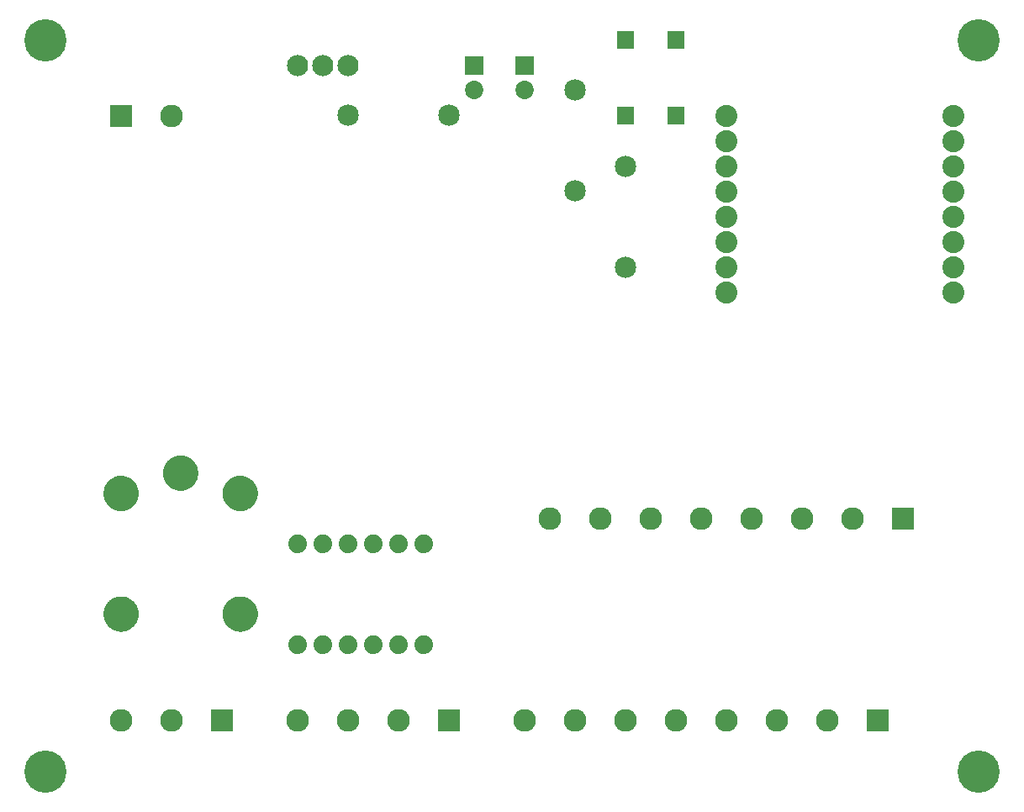
<source format=gts>
G04 MADE WITH FRITZING*
G04 WWW.FRITZING.ORG*
G04 DOUBLE SIDED*
G04 HOLES PLATED*
G04 CONTOUR ON CENTER OF CONTOUR VECTOR*
%ASAXBY*%
%FSLAX23Y23*%
%MOIN*%
%OFA0B0*%
%SFA1.0B1.0*%
%ADD10C,0.087778*%
%ADD11C,0.085000*%
%ADD12C,0.090000*%
%ADD13C,0.072992*%
%ADD14C,0.084000*%
%ADD15C,0.074000*%
%ADD16C,0.069370*%
%ADD17C,0.167480*%
%ADD18R,0.090000X0.089986*%
%ADD19R,0.090000X0.090000*%
%ADD20R,0.072992X0.072992*%
%ADD21R,0.001000X0.001000*%
%LNMASK1*%
G90*
G70*
G54D10*
X3701Y2052D03*
X3701Y2152D03*
X3701Y2252D03*
X3701Y2352D03*
X3701Y2452D03*
X3701Y2552D03*
X3701Y2652D03*
X3701Y2752D03*
X2801Y2752D03*
X2801Y2652D03*
X2801Y2552D03*
X2801Y2452D03*
X2801Y2352D03*
X2801Y2252D03*
X2801Y2152D03*
X2801Y2052D03*
G54D11*
X2401Y2152D03*
X2401Y2552D03*
X2201Y2854D03*
X2201Y2454D03*
X1701Y2754D03*
X1301Y2754D03*
G54D12*
X401Y2752D03*
X601Y2752D03*
X601Y354D03*
X401Y354D03*
X801Y354D03*
G54D13*
X2001Y2952D03*
X2001Y2854D03*
X1801Y2952D03*
X1801Y2854D03*
G54D14*
X1101Y2952D03*
X1201Y2952D03*
X1301Y2952D03*
X1101Y2952D03*
X1201Y2952D03*
X1301Y2952D03*
G54D15*
X1201Y1054D03*
X1301Y1054D03*
X1401Y1054D03*
X1501Y1054D03*
X1601Y1054D03*
X1601Y654D03*
X1501Y654D03*
X1401Y654D03*
X1301Y654D03*
X1201Y654D03*
X1101Y654D03*
X1101Y1054D03*
G54D12*
X1501Y354D03*
X1301Y354D03*
X1101Y354D03*
X1701Y354D03*
X3501Y1154D03*
X3101Y1154D03*
X3301Y1154D03*
X2901Y1154D03*
X2701Y1154D03*
X2501Y1154D03*
X2301Y1154D03*
X2101Y1154D03*
G54D16*
X2401Y2752D03*
X2401Y3052D03*
X2601Y2752D03*
X2601Y3052D03*
X2401Y2752D03*
X2401Y3052D03*
X2601Y2752D03*
X2601Y3052D03*
G54D12*
X3401Y354D03*
X3001Y354D03*
X3201Y354D03*
X2801Y354D03*
X2601Y354D03*
X2401Y354D03*
X2201Y354D03*
X2001Y354D03*
G54D17*
X101Y3052D03*
X3801Y3052D03*
X3801Y152D03*
X101Y152D03*
G54D18*
X401Y2752D03*
G54D19*
X801Y354D03*
G54D20*
X2001Y2952D03*
X1801Y2952D03*
G54D19*
X1701Y354D03*
X3501Y1154D03*
X3401Y354D03*
G54D21*
X2367Y3087D02*
X2435Y3087D01*
X2567Y3087D02*
X2635Y3087D01*
X2367Y3086D02*
X2435Y3086D01*
X2567Y3086D02*
X2635Y3086D01*
X2367Y3085D02*
X2435Y3085D01*
X2567Y3085D02*
X2635Y3085D01*
X2367Y3084D02*
X2435Y3084D01*
X2567Y3084D02*
X2635Y3084D01*
X2367Y3083D02*
X2435Y3083D01*
X2567Y3083D02*
X2635Y3083D01*
X2367Y3082D02*
X2435Y3082D01*
X2567Y3082D02*
X2635Y3082D01*
X2367Y3081D02*
X2435Y3081D01*
X2567Y3081D02*
X2635Y3081D01*
X2367Y3080D02*
X2435Y3080D01*
X2567Y3080D02*
X2635Y3080D01*
X2367Y3079D02*
X2435Y3079D01*
X2567Y3079D02*
X2635Y3079D01*
X2367Y3078D02*
X2435Y3078D01*
X2567Y3078D02*
X2635Y3078D01*
X2367Y3077D02*
X2435Y3077D01*
X2567Y3077D02*
X2635Y3077D01*
X2367Y3076D02*
X2435Y3076D01*
X2567Y3076D02*
X2635Y3076D01*
X2367Y3075D02*
X2435Y3075D01*
X2567Y3075D02*
X2635Y3075D01*
X2367Y3074D02*
X2435Y3074D01*
X2567Y3074D02*
X2635Y3074D01*
X2367Y3073D02*
X2435Y3073D01*
X2567Y3073D02*
X2635Y3073D01*
X2367Y3072D02*
X2435Y3072D01*
X2567Y3072D02*
X2635Y3072D01*
X2367Y3071D02*
X2435Y3071D01*
X2567Y3071D02*
X2635Y3071D01*
X2367Y3070D02*
X2435Y3070D01*
X2567Y3070D02*
X2635Y3070D01*
X2367Y3069D02*
X2435Y3069D01*
X2567Y3069D02*
X2635Y3069D01*
X2367Y3068D02*
X2435Y3068D01*
X2567Y3068D02*
X2635Y3068D01*
X2367Y3067D02*
X2396Y3067D01*
X2405Y3067D02*
X2435Y3067D01*
X2567Y3067D02*
X2596Y3067D01*
X2605Y3067D02*
X2635Y3067D01*
X2367Y3066D02*
X2394Y3066D01*
X2408Y3066D02*
X2435Y3066D01*
X2567Y3066D02*
X2594Y3066D01*
X2608Y3066D02*
X2635Y3066D01*
X2367Y3065D02*
X2392Y3065D01*
X2410Y3065D02*
X2435Y3065D01*
X2567Y3065D02*
X2592Y3065D01*
X2610Y3065D02*
X2635Y3065D01*
X2367Y3064D02*
X2391Y3064D01*
X2411Y3064D02*
X2435Y3064D01*
X2567Y3064D02*
X2591Y3064D01*
X2611Y3064D02*
X2635Y3064D01*
X2367Y3063D02*
X2390Y3063D01*
X2412Y3063D02*
X2435Y3063D01*
X2567Y3063D02*
X2590Y3063D01*
X2612Y3063D02*
X2635Y3063D01*
X2367Y3062D02*
X2389Y3062D01*
X2413Y3062D02*
X2435Y3062D01*
X2567Y3062D02*
X2589Y3062D01*
X2613Y3062D02*
X2635Y3062D01*
X2367Y3061D02*
X2388Y3061D01*
X2413Y3061D02*
X2435Y3061D01*
X2567Y3061D02*
X2588Y3061D01*
X2613Y3061D02*
X2635Y3061D01*
X2367Y3060D02*
X2387Y3060D01*
X2414Y3060D02*
X2435Y3060D01*
X2567Y3060D02*
X2587Y3060D01*
X2614Y3060D02*
X2635Y3060D01*
X2367Y3059D02*
X2387Y3059D01*
X2415Y3059D02*
X2435Y3059D01*
X2567Y3059D02*
X2587Y3059D01*
X2615Y3059D02*
X2635Y3059D01*
X2367Y3058D02*
X2386Y3058D01*
X2415Y3058D02*
X2435Y3058D01*
X2567Y3058D02*
X2586Y3058D01*
X2615Y3058D02*
X2635Y3058D01*
X2367Y3057D02*
X2386Y3057D01*
X2415Y3057D02*
X2435Y3057D01*
X2567Y3057D02*
X2586Y3057D01*
X2615Y3057D02*
X2635Y3057D01*
X2367Y3056D02*
X2386Y3056D01*
X2416Y3056D02*
X2435Y3056D01*
X2567Y3056D02*
X2586Y3056D01*
X2616Y3056D02*
X2635Y3056D01*
X2367Y3055D02*
X2386Y3055D01*
X2416Y3055D02*
X2435Y3055D01*
X2567Y3055D02*
X2586Y3055D01*
X2616Y3055D02*
X2635Y3055D01*
X2367Y3054D02*
X2386Y3054D01*
X2416Y3054D02*
X2435Y3054D01*
X2567Y3054D02*
X2586Y3054D01*
X2616Y3054D02*
X2635Y3054D01*
X2367Y3053D02*
X2386Y3053D01*
X2416Y3053D02*
X2435Y3053D01*
X2567Y3053D02*
X2586Y3053D01*
X2616Y3053D02*
X2635Y3053D01*
X2367Y3052D02*
X2386Y3052D01*
X2416Y3052D02*
X2435Y3052D01*
X2567Y3052D02*
X2586Y3052D01*
X2616Y3052D02*
X2635Y3052D01*
X2367Y3051D02*
X2386Y3051D01*
X2416Y3051D02*
X2435Y3051D01*
X2567Y3051D02*
X2586Y3051D01*
X2616Y3051D02*
X2635Y3051D01*
X2367Y3050D02*
X2386Y3050D01*
X2416Y3050D02*
X2435Y3050D01*
X2567Y3050D02*
X2586Y3050D01*
X2616Y3050D02*
X2635Y3050D01*
X2367Y3049D02*
X2386Y3049D01*
X2415Y3049D02*
X2435Y3049D01*
X2567Y3049D02*
X2586Y3049D01*
X2615Y3049D02*
X2635Y3049D01*
X2367Y3048D02*
X2386Y3048D01*
X2415Y3048D02*
X2435Y3048D01*
X2567Y3048D02*
X2586Y3048D01*
X2615Y3048D02*
X2635Y3048D01*
X2367Y3047D02*
X2387Y3047D01*
X2415Y3047D02*
X2435Y3047D01*
X2567Y3047D02*
X2587Y3047D01*
X2615Y3047D02*
X2635Y3047D01*
X2367Y3046D02*
X2387Y3046D01*
X2414Y3046D02*
X2435Y3046D01*
X2567Y3046D02*
X2587Y3046D01*
X2614Y3046D02*
X2635Y3046D01*
X2367Y3045D02*
X2388Y3045D01*
X2414Y3045D02*
X2435Y3045D01*
X2567Y3045D02*
X2588Y3045D01*
X2614Y3045D02*
X2635Y3045D01*
X2367Y3044D02*
X2389Y3044D01*
X2413Y3044D02*
X2435Y3044D01*
X2567Y3044D02*
X2589Y3044D01*
X2613Y3044D02*
X2635Y3044D01*
X2367Y3043D02*
X2389Y3043D01*
X2412Y3043D02*
X2435Y3043D01*
X2567Y3043D02*
X2589Y3043D01*
X2612Y3043D02*
X2635Y3043D01*
X2367Y3042D02*
X2390Y3042D01*
X2411Y3042D02*
X2435Y3042D01*
X2567Y3042D02*
X2590Y3042D01*
X2611Y3042D02*
X2635Y3042D01*
X2367Y3041D02*
X2392Y3041D01*
X2410Y3041D02*
X2435Y3041D01*
X2567Y3041D02*
X2592Y3041D01*
X2610Y3041D02*
X2635Y3041D01*
X2367Y3040D02*
X2393Y3040D01*
X2408Y3040D02*
X2435Y3040D01*
X2567Y3040D02*
X2593Y3040D01*
X2608Y3040D02*
X2635Y3040D01*
X2367Y3039D02*
X2395Y3039D01*
X2406Y3039D02*
X2435Y3039D01*
X2567Y3039D02*
X2595Y3039D01*
X2606Y3039D02*
X2635Y3039D01*
X2367Y3038D02*
X2435Y3038D01*
X2567Y3038D02*
X2635Y3038D01*
X2367Y3037D02*
X2435Y3037D01*
X2567Y3037D02*
X2635Y3037D01*
X2367Y3036D02*
X2435Y3036D01*
X2567Y3036D02*
X2635Y3036D01*
X2367Y3035D02*
X2435Y3035D01*
X2567Y3035D02*
X2635Y3035D01*
X2367Y3034D02*
X2435Y3034D01*
X2567Y3034D02*
X2635Y3034D01*
X2367Y3033D02*
X2435Y3033D01*
X2567Y3033D02*
X2635Y3033D01*
X2367Y3032D02*
X2435Y3032D01*
X2567Y3032D02*
X2635Y3032D01*
X2367Y3031D02*
X2435Y3031D01*
X2567Y3031D02*
X2635Y3031D01*
X2367Y3030D02*
X2435Y3030D01*
X2567Y3030D02*
X2635Y3030D01*
X2367Y3029D02*
X2435Y3029D01*
X2567Y3029D02*
X2635Y3029D01*
X2367Y3028D02*
X2435Y3028D01*
X2567Y3028D02*
X2635Y3028D01*
X2367Y3027D02*
X2435Y3027D01*
X2567Y3027D02*
X2635Y3027D01*
X2367Y3026D02*
X2435Y3026D01*
X2567Y3026D02*
X2635Y3026D01*
X2367Y3025D02*
X2435Y3025D01*
X2567Y3025D02*
X2635Y3025D01*
X2367Y3024D02*
X2435Y3024D01*
X2567Y3024D02*
X2635Y3024D01*
X2367Y3023D02*
X2435Y3023D01*
X2567Y3023D02*
X2635Y3023D01*
X2367Y3022D02*
X2435Y3022D01*
X2567Y3022D02*
X2635Y3022D01*
X2367Y3021D02*
X2435Y3021D01*
X2567Y3021D02*
X2635Y3021D01*
X2367Y3020D02*
X2435Y3020D01*
X2567Y3020D02*
X2635Y3020D01*
X2367Y3019D02*
X2435Y3019D01*
X2567Y3019D02*
X2635Y3019D01*
X2367Y2787D02*
X2435Y2787D01*
X2567Y2787D02*
X2635Y2787D01*
X2367Y2786D02*
X2435Y2786D01*
X2567Y2786D02*
X2635Y2786D01*
X2367Y2785D02*
X2435Y2785D01*
X2567Y2785D02*
X2635Y2785D01*
X2367Y2784D02*
X2435Y2784D01*
X2567Y2784D02*
X2635Y2784D01*
X2367Y2783D02*
X2435Y2783D01*
X2567Y2783D02*
X2635Y2783D01*
X2367Y2782D02*
X2435Y2782D01*
X2567Y2782D02*
X2635Y2782D01*
X2367Y2781D02*
X2435Y2781D01*
X2567Y2781D02*
X2635Y2781D01*
X2367Y2780D02*
X2435Y2780D01*
X2567Y2780D02*
X2635Y2780D01*
X2367Y2779D02*
X2435Y2779D01*
X2567Y2779D02*
X2635Y2779D01*
X2367Y2778D02*
X2435Y2778D01*
X2567Y2778D02*
X2635Y2778D01*
X2367Y2777D02*
X2435Y2777D01*
X2567Y2777D02*
X2635Y2777D01*
X2367Y2776D02*
X2435Y2776D01*
X2567Y2776D02*
X2635Y2776D01*
X2367Y2775D02*
X2435Y2775D01*
X2567Y2775D02*
X2635Y2775D01*
X2367Y2774D02*
X2435Y2774D01*
X2567Y2774D02*
X2635Y2774D01*
X2367Y2773D02*
X2435Y2773D01*
X2567Y2773D02*
X2635Y2773D01*
X2367Y2772D02*
X2435Y2772D01*
X2567Y2772D02*
X2635Y2772D01*
X2367Y2771D02*
X2435Y2771D01*
X2567Y2771D02*
X2635Y2771D01*
X2367Y2770D02*
X2435Y2770D01*
X2567Y2770D02*
X2635Y2770D01*
X2367Y2769D02*
X2435Y2769D01*
X2567Y2769D02*
X2635Y2769D01*
X2367Y2768D02*
X2435Y2768D01*
X2567Y2768D02*
X2635Y2768D01*
X2367Y2767D02*
X2396Y2767D01*
X2405Y2767D02*
X2435Y2767D01*
X2567Y2767D02*
X2596Y2767D01*
X2605Y2767D02*
X2635Y2767D01*
X2367Y2766D02*
X2393Y2766D01*
X2408Y2766D02*
X2435Y2766D01*
X2567Y2766D02*
X2593Y2766D01*
X2608Y2766D02*
X2635Y2766D01*
X2367Y2765D02*
X2392Y2765D01*
X2410Y2765D02*
X2435Y2765D01*
X2567Y2765D02*
X2592Y2765D01*
X2610Y2765D02*
X2635Y2765D01*
X2367Y2764D02*
X2391Y2764D01*
X2411Y2764D02*
X2435Y2764D01*
X2567Y2764D02*
X2591Y2764D01*
X2611Y2764D02*
X2635Y2764D01*
X2367Y2763D02*
X2390Y2763D01*
X2412Y2763D02*
X2435Y2763D01*
X2567Y2763D02*
X2590Y2763D01*
X2612Y2763D02*
X2635Y2763D01*
X2367Y2762D02*
X2389Y2762D01*
X2413Y2762D02*
X2435Y2762D01*
X2567Y2762D02*
X2589Y2762D01*
X2613Y2762D02*
X2635Y2762D01*
X2367Y2761D02*
X2388Y2761D01*
X2414Y2761D02*
X2435Y2761D01*
X2567Y2761D02*
X2588Y2761D01*
X2614Y2761D02*
X2635Y2761D01*
X2367Y2760D02*
X2387Y2760D01*
X2414Y2760D02*
X2435Y2760D01*
X2567Y2760D02*
X2587Y2760D01*
X2614Y2760D02*
X2635Y2760D01*
X2367Y2759D02*
X2387Y2759D01*
X2415Y2759D02*
X2435Y2759D01*
X2567Y2759D02*
X2587Y2759D01*
X2615Y2759D02*
X2635Y2759D01*
X2367Y2758D02*
X2386Y2758D01*
X2415Y2758D02*
X2435Y2758D01*
X2567Y2758D02*
X2586Y2758D01*
X2615Y2758D02*
X2635Y2758D01*
X2367Y2757D02*
X2386Y2757D01*
X2415Y2757D02*
X2435Y2757D01*
X2567Y2757D02*
X2586Y2757D01*
X2615Y2757D02*
X2635Y2757D01*
X2367Y2756D02*
X2386Y2756D01*
X2416Y2756D02*
X2435Y2756D01*
X2567Y2756D02*
X2586Y2756D01*
X2616Y2756D02*
X2635Y2756D01*
X2367Y2755D02*
X2386Y2755D01*
X2416Y2755D02*
X2435Y2755D01*
X2567Y2755D02*
X2586Y2755D01*
X2616Y2755D02*
X2635Y2755D01*
X2367Y2754D02*
X2386Y2754D01*
X2416Y2754D02*
X2435Y2754D01*
X2567Y2754D02*
X2586Y2754D01*
X2616Y2754D02*
X2635Y2754D01*
X2367Y2753D02*
X2386Y2753D01*
X2416Y2753D02*
X2435Y2753D01*
X2567Y2753D02*
X2586Y2753D01*
X2616Y2753D02*
X2635Y2753D01*
X2367Y2752D02*
X2386Y2752D01*
X2416Y2752D02*
X2435Y2752D01*
X2567Y2752D02*
X2586Y2752D01*
X2616Y2752D02*
X2635Y2752D01*
X2367Y2751D02*
X2386Y2751D01*
X2416Y2751D02*
X2435Y2751D01*
X2567Y2751D02*
X2586Y2751D01*
X2616Y2751D02*
X2635Y2751D01*
X2367Y2750D02*
X2386Y2750D01*
X2416Y2750D02*
X2435Y2750D01*
X2567Y2750D02*
X2586Y2750D01*
X2616Y2750D02*
X2635Y2750D01*
X2367Y2749D02*
X2386Y2749D01*
X2415Y2749D02*
X2435Y2749D01*
X2567Y2749D02*
X2586Y2749D01*
X2615Y2749D02*
X2635Y2749D01*
X2367Y2748D02*
X2386Y2748D01*
X2415Y2748D02*
X2435Y2748D01*
X2567Y2748D02*
X2586Y2748D01*
X2615Y2748D02*
X2635Y2748D01*
X2367Y2747D02*
X2387Y2747D01*
X2415Y2747D02*
X2435Y2747D01*
X2567Y2747D02*
X2587Y2747D01*
X2615Y2747D02*
X2635Y2747D01*
X2367Y2746D02*
X2387Y2746D01*
X2414Y2746D02*
X2435Y2746D01*
X2567Y2746D02*
X2587Y2746D01*
X2614Y2746D02*
X2635Y2746D01*
X2367Y2745D02*
X2388Y2745D01*
X2414Y2745D02*
X2435Y2745D01*
X2567Y2745D02*
X2588Y2745D01*
X2614Y2745D02*
X2635Y2745D01*
X2367Y2744D02*
X2389Y2744D01*
X2413Y2744D02*
X2435Y2744D01*
X2567Y2744D02*
X2589Y2744D01*
X2613Y2744D02*
X2635Y2744D01*
X2367Y2743D02*
X2389Y2743D01*
X2412Y2743D02*
X2435Y2743D01*
X2567Y2743D02*
X2589Y2743D01*
X2612Y2743D02*
X2635Y2743D01*
X2367Y2742D02*
X2390Y2742D01*
X2411Y2742D02*
X2435Y2742D01*
X2567Y2742D02*
X2590Y2742D01*
X2611Y2742D02*
X2635Y2742D01*
X2367Y2741D02*
X2392Y2741D01*
X2410Y2741D02*
X2435Y2741D01*
X2567Y2741D02*
X2592Y2741D01*
X2610Y2741D02*
X2635Y2741D01*
X2367Y2740D02*
X2393Y2740D01*
X2408Y2740D02*
X2435Y2740D01*
X2567Y2740D02*
X2593Y2740D01*
X2608Y2740D02*
X2635Y2740D01*
X2367Y2739D02*
X2396Y2739D01*
X2406Y2739D02*
X2435Y2739D01*
X2567Y2739D02*
X2596Y2739D01*
X2606Y2739D02*
X2635Y2739D01*
X2367Y2738D02*
X2435Y2738D01*
X2567Y2738D02*
X2635Y2738D01*
X2367Y2737D02*
X2435Y2737D01*
X2567Y2737D02*
X2635Y2737D01*
X2367Y2736D02*
X2435Y2736D01*
X2567Y2736D02*
X2635Y2736D01*
X2367Y2735D02*
X2435Y2735D01*
X2567Y2735D02*
X2635Y2735D01*
X2367Y2734D02*
X2435Y2734D01*
X2567Y2734D02*
X2635Y2734D01*
X2367Y2733D02*
X2435Y2733D01*
X2567Y2733D02*
X2635Y2733D01*
X2367Y2732D02*
X2435Y2732D01*
X2567Y2732D02*
X2635Y2732D01*
X2367Y2731D02*
X2435Y2731D01*
X2567Y2731D02*
X2635Y2731D01*
X2367Y2730D02*
X2435Y2730D01*
X2567Y2730D02*
X2635Y2730D01*
X2367Y2729D02*
X2435Y2729D01*
X2567Y2729D02*
X2635Y2729D01*
X2367Y2728D02*
X2435Y2728D01*
X2567Y2728D02*
X2635Y2728D01*
X2367Y2727D02*
X2435Y2727D01*
X2567Y2727D02*
X2635Y2727D01*
X2367Y2726D02*
X2435Y2726D01*
X2567Y2726D02*
X2635Y2726D01*
X2367Y2725D02*
X2435Y2725D01*
X2567Y2725D02*
X2635Y2725D01*
X2367Y2724D02*
X2435Y2724D01*
X2567Y2724D02*
X2635Y2724D01*
X2367Y2723D02*
X2435Y2723D01*
X2567Y2723D02*
X2635Y2723D01*
X2367Y2722D02*
X2435Y2722D01*
X2567Y2722D02*
X2635Y2722D01*
X2367Y2721D02*
X2435Y2721D01*
X2567Y2721D02*
X2635Y2721D01*
X2367Y2720D02*
X2435Y2720D01*
X2567Y2720D02*
X2635Y2720D01*
X2367Y2719D02*
X2435Y2719D01*
X2567Y2719D02*
X2635Y2719D01*
X631Y1405D02*
X643Y1405D01*
X624Y1404D02*
X650Y1404D01*
X620Y1403D02*
X654Y1403D01*
X616Y1402D02*
X658Y1402D01*
X613Y1401D02*
X661Y1401D01*
X610Y1400D02*
X663Y1400D01*
X608Y1399D02*
X666Y1399D01*
X606Y1398D02*
X668Y1398D01*
X604Y1397D02*
X670Y1397D01*
X603Y1396D02*
X671Y1396D01*
X601Y1395D02*
X673Y1395D01*
X599Y1394D02*
X674Y1394D01*
X598Y1393D02*
X676Y1393D01*
X597Y1392D02*
X677Y1392D01*
X595Y1391D02*
X679Y1391D01*
X594Y1390D02*
X680Y1390D01*
X593Y1389D02*
X681Y1389D01*
X591Y1388D02*
X682Y1388D01*
X590Y1387D02*
X684Y1387D01*
X589Y1386D02*
X685Y1386D01*
X588Y1385D02*
X686Y1385D01*
X587Y1384D02*
X687Y1384D01*
X586Y1383D02*
X688Y1383D01*
X585Y1382D02*
X689Y1382D01*
X584Y1381D02*
X689Y1381D01*
X584Y1380D02*
X690Y1380D01*
X583Y1379D02*
X691Y1379D01*
X582Y1378D02*
X692Y1378D01*
X581Y1377D02*
X693Y1377D01*
X581Y1376D02*
X693Y1376D01*
X580Y1375D02*
X694Y1375D01*
X579Y1374D02*
X695Y1374D01*
X579Y1373D02*
X695Y1373D01*
X578Y1372D02*
X696Y1372D01*
X577Y1371D02*
X697Y1371D01*
X577Y1370D02*
X697Y1370D01*
X576Y1369D02*
X698Y1369D01*
X576Y1368D02*
X698Y1368D01*
X575Y1367D02*
X699Y1367D01*
X575Y1366D02*
X699Y1366D01*
X574Y1365D02*
X700Y1365D01*
X574Y1364D02*
X700Y1364D01*
X573Y1363D02*
X701Y1363D01*
X573Y1362D02*
X701Y1362D01*
X572Y1361D02*
X702Y1361D01*
X572Y1360D02*
X702Y1360D01*
X572Y1359D02*
X702Y1359D01*
X571Y1358D02*
X703Y1358D01*
X571Y1357D02*
X703Y1357D01*
X571Y1356D02*
X703Y1356D01*
X570Y1355D02*
X703Y1355D01*
X570Y1354D02*
X704Y1354D01*
X570Y1353D02*
X704Y1353D01*
X570Y1352D02*
X704Y1352D01*
X569Y1351D02*
X704Y1351D01*
X569Y1350D02*
X705Y1350D01*
X569Y1349D02*
X705Y1349D01*
X569Y1348D02*
X705Y1348D01*
X569Y1347D02*
X705Y1347D01*
X568Y1346D02*
X705Y1346D01*
X568Y1345D02*
X706Y1345D01*
X568Y1344D02*
X706Y1344D01*
X568Y1343D02*
X706Y1343D01*
X568Y1342D02*
X706Y1342D01*
X568Y1341D02*
X706Y1341D01*
X568Y1340D02*
X706Y1340D01*
X568Y1339D02*
X706Y1339D01*
X568Y1338D02*
X706Y1338D01*
X568Y1337D02*
X706Y1337D01*
X568Y1336D02*
X706Y1336D01*
X568Y1335D02*
X706Y1335D01*
X568Y1334D02*
X706Y1334D01*
X568Y1333D02*
X706Y1333D01*
X568Y1332D02*
X706Y1332D01*
X568Y1331D02*
X706Y1331D01*
X568Y1330D02*
X706Y1330D01*
X568Y1329D02*
X706Y1329D01*
X568Y1328D02*
X706Y1328D01*
X568Y1327D02*
X706Y1327D01*
X568Y1326D02*
X706Y1326D01*
X568Y1325D02*
X705Y1325D01*
X392Y1324D02*
X409Y1324D01*
X569Y1324D02*
X705Y1324D01*
X865Y1324D02*
X882Y1324D01*
X386Y1323D02*
X415Y1323D01*
X569Y1323D02*
X705Y1323D01*
X859Y1323D02*
X887Y1323D01*
X382Y1322D02*
X419Y1322D01*
X569Y1322D02*
X705Y1322D01*
X855Y1322D02*
X891Y1322D01*
X379Y1321D02*
X422Y1321D01*
X569Y1321D02*
X705Y1321D01*
X851Y1321D02*
X895Y1321D01*
X376Y1320D02*
X425Y1320D01*
X569Y1320D02*
X705Y1320D01*
X849Y1320D02*
X898Y1320D01*
X374Y1319D02*
X428Y1319D01*
X570Y1319D02*
X704Y1319D01*
X846Y1319D02*
X900Y1319D01*
X372Y1318D02*
X430Y1318D01*
X570Y1318D02*
X704Y1318D01*
X844Y1318D02*
X902Y1318D01*
X370Y1317D02*
X432Y1317D01*
X570Y1317D02*
X704Y1317D01*
X842Y1317D02*
X904Y1317D01*
X368Y1316D02*
X434Y1316D01*
X570Y1316D02*
X704Y1316D01*
X840Y1316D02*
X906Y1316D01*
X366Y1315D02*
X436Y1315D01*
X571Y1315D02*
X703Y1315D01*
X838Y1315D02*
X908Y1315D01*
X364Y1314D02*
X437Y1314D01*
X571Y1314D02*
X703Y1314D01*
X837Y1314D02*
X910Y1314D01*
X363Y1313D02*
X439Y1313D01*
X571Y1313D02*
X703Y1313D01*
X835Y1313D02*
X911Y1313D01*
X361Y1312D02*
X440Y1312D01*
X572Y1312D02*
X702Y1312D01*
X834Y1312D02*
X913Y1312D01*
X360Y1311D02*
X442Y1311D01*
X572Y1311D02*
X702Y1311D01*
X832Y1311D02*
X914Y1311D01*
X359Y1310D02*
X443Y1310D01*
X572Y1310D02*
X702Y1310D01*
X831Y1310D02*
X915Y1310D01*
X357Y1309D02*
X444Y1309D01*
X573Y1309D02*
X701Y1309D01*
X830Y1309D02*
X917Y1309D01*
X356Y1308D02*
X446Y1308D01*
X573Y1308D02*
X701Y1308D01*
X828Y1308D02*
X918Y1308D01*
X355Y1307D02*
X447Y1307D01*
X574Y1307D02*
X700Y1307D01*
X827Y1307D02*
X919Y1307D01*
X354Y1306D02*
X448Y1306D01*
X574Y1306D02*
X700Y1306D01*
X826Y1306D02*
X920Y1306D01*
X353Y1305D02*
X449Y1305D01*
X575Y1305D02*
X699Y1305D01*
X825Y1305D02*
X921Y1305D01*
X352Y1304D02*
X450Y1304D01*
X575Y1304D02*
X699Y1304D01*
X824Y1304D02*
X922Y1304D01*
X351Y1303D02*
X451Y1303D01*
X576Y1303D02*
X698Y1303D01*
X823Y1303D02*
X923Y1303D01*
X350Y1302D02*
X452Y1302D01*
X576Y1302D02*
X698Y1302D01*
X822Y1302D02*
X924Y1302D01*
X349Y1301D02*
X453Y1301D01*
X577Y1301D02*
X697Y1301D01*
X821Y1301D02*
X925Y1301D01*
X348Y1300D02*
X454Y1300D01*
X577Y1300D02*
X697Y1300D01*
X820Y1300D02*
X926Y1300D01*
X347Y1299D02*
X454Y1299D01*
X578Y1299D02*
X696Y1299D01*
X820Y1299D02*
X927Y1299D01*
X346Y1298D02*
X455Y1298D01*
X579Y1298D02*
X695Y1298D01*
X819Y1298D02*
X927Y1298D01*
X346Y1297D02*
X456Y1297D01*
X579Y1297D02*
X695Y1297D01*
X818Y1297D02*
X928Y1297D01*
X345Y1296D02*
X457Y1296D01*
X580Y1296D02*
X694Y1296D01*
X817Y1296D02*
X929Y1296D01*
X344Y1295D02*
X457Y1295D01*
X581Y1295D02*
X693Y1295D01*
X817Y1295D02*
X930Y1295D01*
X343Y1294D02*
X458Y1294D01*
X581Y1294D02*
X693Y1294D01*
X816Y1294D02*
X930Y1294D01*
X343Y1293D02*
X459Y1293D01*
X582Y1293D02*
X692Y1293D01*
X815Y1293D02*
X931Y1293D01*
X342Y1292D02*
X459Y1292D01*
X583Y1292D02*
X691Y1292D01*
X815Y1292D02*
X932Y1292D01*
X342Y1291D02*
X460Y1291D01*
X584Y1291D02*
X690Y1291D01*
X814Y1291D02*
X932Y1291D01*
X341Y1290D02*
X461Y1290D01*
X584Y1290D02*
X689Y1290D01*
X813Y1290D02*
X933Y1290D01*
X340Y1289D02*
X461Y1289D01*
X585Y1289D02*
X689Y1289D01*
X813Y1289D02*
X934Y1289D01*
X340Y1288D02*
X462Y1288D01*
X586Y1288D02*
X688Y1288D01*
X812Y1288D02*
X934Y1288D01*
X339Y1287D02*
X462Y1287D01*
X587Y1287D02*
X687Y1287D01*
X812Y1287D02*
X935Y1287D01*
X339Y1286D02*
X463Y1286D01*
X588Y1286D02*
X686Y1286D01*
X811Y1286D02*
X935Y1286D01*
X338Y1285D02*
X463Y1285D01*
X589Y1285D02*
X685Y1285D01*
X811Y1285D02*
X936Y1285D01*
X338Y1284D02*
X464Y1284D01*
X590Y1284D02*
X684Y1284D01*
X810Y1284D02*
X936Y1284D01*
X337Y1283D02*
X464Y1283D01*
X591Y1283D02*
X683Y1283D01*
X810Y1283D02*
X937Y1283D01*
X337Y1282D02*
X465Y1282D01*
X592Y1282D02*
X681Y1282D01*
X809Y1282D02*
X937Y1282D01*
X336Y1281D02*
X465Y1281D01*
X594Y1281D02*
X680Y1281D01*
X809Y1281D02*
X937Y1281D01*
X336Y1280D02*
X465Y1280D01*
X595Y1280D02*
X679Y1280D01*
X808Y1280D02*
X938Y1280D01*
X336Y1279D02*
X466Y1279D01*
X596Y1279D02*
X677Y1279D01*
X808Y1279D02*
X938Y1279D01*
X335Y1278D02*
X466Y1278D01*
X598Y1278D02*
X676Y1278D01*
X808Y1278D02*
X939Y1278D01*
X335Y1277D02*
X466Y1277D01*
X599Y1277D02*
X675Y1277D01*
X807Y1277D02*
X939Y1277D01*
X335Y1276D02*
X467Y1276D01*
X601Y1276D02*
X673Y1276D01*
X807Y1276D02*
X939Y1276D01*
X334Y1275D02*
X467Y1275D01*
X603Y1275D02*
X671Y1275D01*
X807Y1275D02*
X940Y1275D01*
X334Y1274D02*
X467Y1274D01*
X604Y1274D02*
X670Y1274D01*
X807Y1274D02*
X940Y1274D01*
X334Y1273D02*
X468Y1273D01*
X606Y1273D02*
X668Y1273D01*
X806Y1273D02*
X940Y1273D01*
X334Y1272D02*
X468Y1272D01*
X608Y1272D02*
X666Y1272D01*
X806Y1272D02*
X940Y1272D01*
X333Y1271D02*
X468Y1271D01*
X610Y1271D02*
X664Y1271D01*
X806Y1271D02*
X941Y1271D01*
X333Y1270D02*
X468Y1270D01*
X613Y1270D02*
X661Y1270D01*
X806Y1270D02*
X941Y1270D01*
X333Y1269D02*
X469Y1269D01*
X616Y1269D02*
X658Y1269D01*
X805Y1269D02*
X941Y1269D01*
X333Y1268D02*
X469Y1268D01*
X620Y1268D02*
X654Y1268D01*
X805Y1268D02*
X941Y1268D01*
X333Y1267D02*
X469Y1267D01*
X624Y1267D02*
X650Y1267D01*
X805Y1267D02*
X941Y1267D01*
X332Y1266D02*
X469Y1266D01*
X630Y1266D02*
X644Y1266D01*
X805Y1266D02*
X942Y1266D01*
X332Y1265D02*
X469Y1265D01*
X805Y1265D02*
X942Y1265D01*
X332Y1264D02*
X469Y1264D01*
X804Y1264D02*
X942Y1264D01*
X332Y1263D02*
X470Y1263D01*
X804Y1263D02*
X942Y1263D01*
X332Y1262D02*
X470Y1262D01*
X804Y1262D02*
X942Y1262D01*
X332Y1261D02*
X470Y1261D01*
X804Y1261D02*
X942Y1261D01*
X332Y1260D02*
X470Y1260D01*
X804Y1260D02*
X942Y1260D01*
X332Y1259D02*
X470Y1259D01*
X804Y1259D02*
X942Y1259D01*
X331Y1258D02*
X470Y1258D01*
X804Y1258D02*
X942Y1258D01*
X331Y1257D02*
X470Y1257D01*
X804Y1257D02*
X942Y1257D01*
X331Y1256D02*
X470Y1256D01*
X804Y1256D02*
X943Y1256D01*
X331Y1255D02*
X470Y1255D01*
X804Y1255D02*
X943Y1255D01*
X331Y1254D02*
X470Y1254D01*
X804Y1254D02*
X943Y1254D01*
X331Y1253D02*
X470Y1253D01*
X804Y1253D02*
X943Y1253D01*
X331Y1252D02*
X470Y1252D01*
X804Y1252D02*
X942Y1252D01*
X332Y1251D02*
X470Y1251D01*
X804Y1251D02*
X942Y1251D01*
X332Y1250D02*
X470Y1250D01*
X804Y1250D02*
X942Y1250D01*
X332Y1249D02*
X470Y1249D01*
X804Y1249D02*
X942Y1249D01*
X332Y1248D02*
X470Y1248D01*
X804Y1248D02*
X942Y1248D01*
X332Y1247D02*
X470Y1247D01*
X804Y1247D02*
X942Y1247D01*
X332Y1246D02*
X470Y1246D01*
X804Y1246D02*
X942Y1246D01*
X332Y1245D02*
X469Y1245D01*
X805Y1245D02*
X942Y1245D01*
X332Y1244D02*
X469Y1244D01*
X805Y1244D02*
X942Y1244D01*
X332Y1243D02*
X469Y1243D01*
X805Y1243D02*
X941Y1243D01*
X333Y1242D02*
X469Y1242D01*
X805Y1242D02*
X941Y1242D01*
X333Y1241D02*
X469Y1241D01*
X805Y1241D02*
X941Y1241D01*
X333Y1240D02*
X468Y1240D01*
X805Y1240D02*
X941Y1240D01*
X333Y1239D02*
X468Y1239D01*
X806Y1239D02*
X941Y1239D01*
X334Y1238D02*
X468Y1238D01*
X806Y1238D02*
X940Y1238D01*
X334Y1237D02*
X468Y1237D01*
X806Y1237D02*
X940Y1237D01*
X334Y1236D02*
X467Y1236D01*
X806Y1236D02*
X940Y1236D01*
X334Y1235D02*
X467Y1235D01*
X807Y1235D02*
X940Y1235D01*
X335Y1234D02*
X467Y1234D01*
X807Y1234D02*
X939Y1234D01*
X335Y1233D02*
X467Y1233D01*
X807Y1233D02*
X939Y1233D01*
X335Y1232D02*
X466Y1232D01*
X808Y1232D02*
X939Y1232D01*
X336Y1231D02*
X466Y1231D01*
X808Y1231D02*
X938Y1231D01*
X336Y1230D02*
X466Y1230D01*
X808Y1230D02*
X938Y1230D01*
X336Y1229D02*
X465Y1229D01*
X809Y1229D02*
X938Y1229D01*
X337Y1228D02*
X465Y1228D01*
X809Y1228D02*
X937Y1228D01*
X337Y1227D02*
X464Y1227D01*
X809Y1227D02*
X937Y1227D01*
X338Y1226D02*
X464Y1226D01*
X810Y1226D02*
X936Y1226D01*
X338Y1225D02*
X463Y1225D01*
X810Y1225D02*
X936Y1225D01*
X339Y1224D02*
X463Y1224D01*
X811Y1224D02*
X935Y1224D01*
X339Y1223D02*
X462Y1223D01*
X811Y1223D02*
X935Y1223D01*
X340Y1222D02*
X462Y1222D01*
X812Y1222D02*
X934Y1222D01*
X340Y1221D02*
X461Y1221D01*
X813Y1221D02*
X934Y1221D01*
X341Y1220D02*
X461Y1220D01*
X813Y1220D02*
X933Y1220D01*
X341Y1219D02*
X460Y1219D01*
X814Y1219D02*
X933Y1219D01*
X342Y1218D02*
X460Y1218D01*
X814Y1218D02*
X932Y1218D01*
X343Y1217D02*
X459Y1217D01*
X815Y1217D02*
X931Y1217D01*
X343Y1216D02*
X458Y1216D01*
X816Y1216D02*
X931Y1216D01*
X344Y1215D02*
X458Y1215D01*
X816Y1215D02*
X930Y1215D01*
X345Y1214D02*
X457Y1214D01*
X817Y1214D02*
X929Y1214D01*
X345Y1213D02*
X456Y1213D01*
X818Y1213D02*
X929Y1213D01*
X346Y1212D02*
X455Y1212D01*
X819Y1212D02*
X928Y1212D01*
X347Y1211D02*
X455Y1211D01*
X819Y1211D02*
X927Y1211D01*
X348Y1210D02*
X454Y1210D01*
X820Y1210D02*
X926Y1210D01*
X348Y1209D02*
X453Y1209D01*
X821Y1209D02*
X925Y1209D01*
X349Y1208D02*
X452Y1208D01*
X822Y1208D02*
X925Y1208D01*
X350Y1207D02*
X451Y1207D01*
X823Y1207D02*
X924Y1207D01*
X351Y1206D02*
X450Y1206D01*
X824Y1206D02*
X923Y1206D01*
X352Y1205D02*
X449Y1205D01*
X825Y1205D02*
X922Y1205D01*
X353Y1204D02*
X448Y1204D01*
X826Y1204D02*
X921Y1204D01*
X354Y1203D02*
X447Y1203D01*
X827Y1203D02*
X920Y1203D01*
X356Y1202D02*
X446Y1202D01*
X828Y1202D02*
X918Y1202D01*
X357Y1201D02*
X445Y1201D01*
X829Y1201D02*
X917Y1201D01*
X358Y1200D02*
X444Y1200D01*
X830Y1200D02*
X916Y1200D01*
X359Y1199D02*
X442Y1199D01*
X832Y1199D02*
X915Y1199D01*
X361Y1198D02*
X441Y1198D01*
X833Y1198D02*
X913Y1198D01*
X362Y1197D02*
X439Y1197D01*
X834Y1197D02*
X912Y1197D01*
X364Y1196D02*
X438Y1196D01*
X836Y1196D02*
X910Y1196D01*
X365Y1195D02*
X436Y1195D01*
X838Y1195D02*
X909Y1195D01*
X367Y1194D02*
X435Y1194D01*
X839Y1194D02*
X907Y1194D01*
X369Y1193D02*
X433Y1193D01*
X841Y1193D02*
X905Y1193D01*
X371Y1192D02*
X431Y1192D01*
X843Y1192D02*
X903Y1192D01*
X373Y1191D02*
X429Y1191D01*
X845Y1191D02*
X901Y1191D01*
X375Y1190D02*
X427Y1190D01*
X847Y1190D02*
X899Y1190D01*
X378Y1189D02*
X424Y1189D01*
X850Y1189D02*
X896Y1189D01*
X381Y1188D02*
X421Y1188D01*
X853Y1188D02*
X893Y1188D01*
X385Y1187D02*
X417Y1187D01*
X857Y1187D02*
X889Y1187D01*
X390Y1186D02*
X412Y1186D01*
X862Y1186D02*
X884Y1186D01*
X399Y1185D02*
X403Y1185D01*
X871Y1185D02*
X875Y1185D01*
X394Y846D02*
X408Y846D01*
X866Y846D02*
X880Y846D01*
X388Y845D02*
X414Y845D01*
X860Y845D02*
X886Y845D01*
X384Y844D02*
X418Y844D01*
X856Y844D02*
X890Y844D01*
X380Y843D02*
X422Y843D01*
X852Y843D02*
X894Y843D01*
X377Y842D02*
X425Y842D01*
X849Y842D02*
X897Y842D01*
X374Y841D02*
X427Y841D01*
X847Y841D02*
X900Y841D01*
X372Y840D02*
X429Y840D01*
X844Y840D02*
X902Y840D01*
X370Y839D02*
X431Y839D01*
X842Y839D02*
X904Y839D01*
X368Y838D02*
X433Y838D01*
X840Y838D02*
X906Y838D01*
X366Y837D02*
X435Y837D01*
X839Y837D02*
X908Y837D01*
X365Y836D02*
X437Y836D01*
X837Y836D02*
X909Y836D01*
X363Y835D02*
X438Y835D01*
X836Y835D02*
X911Y835D01*
X362Y834D02*
X440Y834D01*
X834Y834D02*
X912Y834D01*
X360Y833D02*
X441Y833D01*
X833Y833D02*
X914Y833D01*
X359Y832D02*
X443Y832D01*
X831Y832D02*
X915Y832D01*
X358Y831D02*
X444Y831D01*
X830Y831D02*
X916Y831D01*
X356Y830D02*
X445Y830D01*
X829Y830D02*
X918Y830D01*
X355Y829D02*
X446Y829D01*
X828Y829D02*
X919Y829D01*
X354Y828D02*
X447Y828D01*
X826Y828D02*
X920Y828D01*
X353Y827D02*
X449Y827D01*
X825Y827D02*
X921Y827D01*
X352Y826D02*
X450Y826D01*
X824Y826D02*
X922Y826D01*
X351Y825D02*
X451Y825D01*
X823Y825D02*
X923Y825D01*
X350Y824D02*
X451Y824D01*
X822Y824D02*
X924Y824D01*
X349Y823D02*
X452Y823D01*
X822Y823D02*
X925Y823D01*
X348Y822D02*
X453Y822D01*
X821Y822D02*
X926Y822D01*
X347Y821D02*
X454Y821D01*
X820Y821D02*
X927Y821D01*
X347Y820D02*
X455Y820D01*
X819Y820D02*
X927Y820D01*
X346Y819D02*
X456Y819D01*
X818Y819D02*
X928Y819D01*
X345Y818D02*
X456Y818D01*
X818Y818D02*
X929Y818D01*
X344Y817D02*
X457Y817D01*
X817Y817D02*
X930Y817D01*
X344Y816D02*
X458Y816D01*
X816Y816D02*
X930Y816D01*
X343Y815D02*
X459Y815D01*
X815Y815D02*
X931Y815D01*
X342Y814D02*
X459Y814D01*
X815Y814D02*
X932Y814D01*
X342Y813D02*
X460Y813D01*
X814Y813D02*
X932Y813D01*
X341Y812D02*
X460Y812D01*
X814Y812D02*
X933Y812D01*
X341Y811D02*
X461Y811D01*
X813Y811D02*
X933Y811D01*
X340Y810D02*
X462Y810D01*
X812Y810D02*
X934Y810D01*
X339Y809D02*
X462Y809D01*
X812Y809D02*
X935Y809D01*
X339Y808D02*
X463Y808D01*
X811Y808D02*
X935Y808D01*
X338Y807D02*
X463Y807D01*
X811Y807D02*
X936Y807D01*
X338Y806D02*
X464Y806D01*
X810Y806D02*
X936Y806D01*
X337Y805D02*
X464Y805D01*
X810Y805D02*
X936Y805D01*
X337Y804D02*
X465Y804D01*
X809Y804D02*
X937Y804D01*
X337Y803D02*
X465Y803D01*
X809Y803D02*
X937Y803D01*
X336Y802D02*
X465Y802D01*
X809Y802D02*
X938Y802D01*
X336Y801D02*
X466Y801D01*
X808Y801D02*
X938Y801D01*
X335Y800D02*
X466Y800D01*
X808Y800D02*
X938Y800D01*
X335Y799D02*
X466Y799D01*
X808Y799D02*
X939Y799D01*
X335Y798D02*
X467Y798D01*
X807Y798D02*
X939Y798D01*
X334Y797D02*
X467Y797D01*
X807Y797D02*
X939Y797D01*
X334Y796D02*
X467Y796D01*
X807Y796D02*
X940Y796D01*
X334Y795D02*
X468Y795D01*
X806Y795D02*
X940Y795D01*
X334Y794D02*
X468Y794D01*
X806Y794D02*
X940Y794D01*
X333Y793D02*
X468Y793D01*
X806Y793D02*
X940Y793D01*
X333Y792D02*
X468Y792D01*
X806Y792D02*
X941Y792D01*
X333Y791D02*
X469Y791D01*
X805Y791D02*
X941Y791D01*
X333Y790D02*
X469Y790D01*
X805Y790D02*
X941Y790D01*
X333Y789D02*
X469Y789D01*
X805Y789D02*
X941Y789D01*
X332Y788D02*
X469Y788D01*
X805Y788D02*
X941Y788D01*
X332Y787D02*
X469Y787D01*
X805Y787D02*
X942Y787D01*
X332Y786D02*
X469Y786D01*
X805Y786D02*
X942Y786D01*
X332Y785D02*
X470Y785D01*
X804Y785D02*
X942Y785D01*
X332Y784D02*
X470Y784D01*
X804Y784D02*
X942Y784D01*
X332Y783D02*
X470Y783D01*
X804Y783D02*
X942Y783D01*
X332Y782D02*
X470Y782D01*
X804Y782D02*
X942Y782D01*
X332Y781D02*
X470Y781D01*
X804Y781D02*
X942Y781D01*
X332Y780D02*
X470Y780D01*
X804Y780D02*
X942Y780D01*
X331Y779D02*
X470Y779D01*
X804Y779D02*
X942Y779D01*
X331Y778D02*
X470Y778D01*
X804Y778D02*
X943Y778D01*
X331Y777D02*
X470Y777D01*
X804Y777D02*
X943Y777D01*
X331Y776D02*
X470Y776D01*
X804Y776D02*
X943Y776D01*
X331Y775D02*
X470Y775D01*
X804Y775D02*
X943Y775D01*
X331Y774D02*
X470Y774D01*
X804Y774D02*
X942Y774D01*
X332Y773D02*
X470Y773D01*
X804Y773D02*
X942Y773D01*
X332Y772D02*
X470Y772D01*
X804Y772D02*
X942Y772D01*
X332Y771D02*
X470Y771D01*
X804Y771D02*
X942Y771D01*
X332Y770D02*
X470Y770D01*
X804Y770D02*
X942Y770D01*
X332Y769D02*
X470Y769D01*
X804Y769D02*
X942Y769D01*
X332Y768D02*
X470Y768D01*
X804Y768D02*
X942Y768D01*
X332Y767D02*
X469Y767D01*
X805Y767D02*
X942Y767D01*
X332Y766D02*
X469Y766D01*
X805Y766D02*
X942Y766D01*
X332Y765D02*
X469Y765D01*
X805Y765D02*
X941Y765D01*
X333Y764D02*
X469Y764D01*
X805Y764D02*
X941Y764D01*
X333Y763D02*
X469Y763D01*
X805Y763D02*
X941Y763D01*
X333Y762D02*
X469Y762D01*
X805Y762D02*
X941Y762D01*
X333Y761D02*
X468Y761D01*
X806Y761D02*
X941Y761D01*
X333Y760D02*
X468Y760D01*
X806Y760D02*
X940Y760D01*
X334Y759D02*
X468Y759D01*
X806Y759D02*
X940Y759D01*
X334Y758D02*
X468Y758D01*
X806Y758D02*
X940Y758D01*
X334Y757D02*
X467Y757D01*
X807Y757D02*
X940Y757D01*
X334Y756D02*
X467Y756D01*
X807Y756D02*
X939Y756D01*
X335Y755D02*
X467Y755D01*
X807Y755D02*
X939Y755D01*
X335Y754D02*
X466Y754D01*
X808Y754D02*
X939Y754D01*
X335Y753D02*
X466Y753D01*
X808Y753D02*
X938Y753D01*
X336Y752D02*
X466Y752D01*
X808Y752D02*
X938Y752D01*
X336Y751D02*
X465Y751D01*
X809Y751D02*
X938Y751D01*
X337Y750D02*
X465Y750D01*
X809Y750D02*
X937Y750D01*
X337Y749D02*
X465Y749D01*
X809Y749D02*
X937Y749D01*
X337Y748D02*
X464Y748D01*
X810Y748D02*
X936Y748D01*
X338Y747D02*
X464Y747D01*
X810Y747D02*
X936Y747D01*
X338Y746D02*
X463Y746D01*
X811Y746D02*
X935Y746D01*
X339Y745D02*
X463Y745D01*
X811Y745D02*
X935Y745D01*
X339Y744D02*
X462Y744D01*
X812Y744D02*
X934Y744D01*
X340Y743D02*
X462Y743D01*
X812Y743D02*
X934Y743D01*
X341Y742D02*
X461Y742D01*
X813Y742D02*
X933Y742D01*
X341Y741D02*
X460Y741D01*
X814Y741D02*
X933Y741D01*
X342Y740D02*
X460Y740D01*
X814Y740D02*
X932Y740D01*
X342Y739D02*
X459Y739D01*
X815Y739D02*
X931Y739D01*
X343Y738D02*
X458Y738D01*
X815Y738D02*
X931Y738D01*
X344Y737D02*
X458Y737D01*
X816Y737D02*
X930Y737D01*
X344Y736D02*
X457Y736D01*
X817Y736D02*
X929Y736D01*
X345Y735D02*
X456Y735D01*
X818Y735D02*
X929Y735D01*
X346Y734D02*
X456Y734D01*
X818Y734D02*
X928Y734D01*
X347Y733D02*
X455Y733D01*
X819Y733D02*
X927Y733D01*
X347Y732D02*
X454Y732D01*
X820Y732D02*
X926Y732D01*
X348Y731D02*
X453Y731D01*
X821Y731D02*
X926Y731D01*
X349Y730D02*
X452Y730D01*
X822Y730D02*
X925Y730D01*
X350Y729D02*
X451Y729D01*
X822Y729D02*
X924Y729D01*
X351Y728D02*
X451Y728D01*
X823Y728D02*
X923Y728D01*
X352Y727D02*
X450Y727D01*
X824Y727D02*
X922Y727D01*
X353Y726D02*
X449Y726D01*
X825Y726D02*
X921Y726D01*
X354Y725D02*
X447Y725D01*
X827Y725D02*
X920Y725D01*
X355Y724D02*
X446Y724D01*
X828Y724D02*
X919Y724D01*
X356Y723D02*
X445Y723D01*
X829Y723D02*
X918Y723D01*
X358Y722D02*
X444Y722D01*
X830Y722D02*
X916Y722D01*
X359Y721D02*
X443Y721D01*
X831Y721D02*
X915Y721D01*
X360Y720D02*
X441Y720D01*
X833Y720D02*
X914Y720D01*
X362Y719D02*
X440Y719D01*
X834Y719D02*
X912Y719D01*
X363Y718D02*
X438Y718D01*
X836Y718D02*
X911Y718D01*
X365Y717D02*
X437Y717D01*
X837Y717D02*
X909Y717D01*
X366Y716D02*
X435Y716D01*
X839Y716D02*
X907Y716D01*
X368Y715D02*
X433Y715D01*
X841Y715D02*
X906Y715D01*
X370Y714D02*
X431Y714D01*
X843Y714D02*
X904Y714D01*
X372Y713D02*
X429Y713D01*
X845Y713D02*
X902Y713D01*
X374Y712D02*
X427Y712D01*
X847Y712D02*
X900Y712D01*
X377Y711D02*
X424Y711D01*
X850Y711D02*
X897Y711D01*
X380Y710D02*
X422Y710D01*
X852Y710D02*
X894Y710D01*
X384Y709D02*
X418Y709D01*
X856Y709D02*
X890Y709D01*
X388Y708D02*
X413Y708D01*
X861Y708D02*
X886Y708D01*
X395Y707D02*
X407Y707D01*
X867Y707D02*
X879Y707D01*
D02*
G04 End of Mask1*
M02*
</source>
